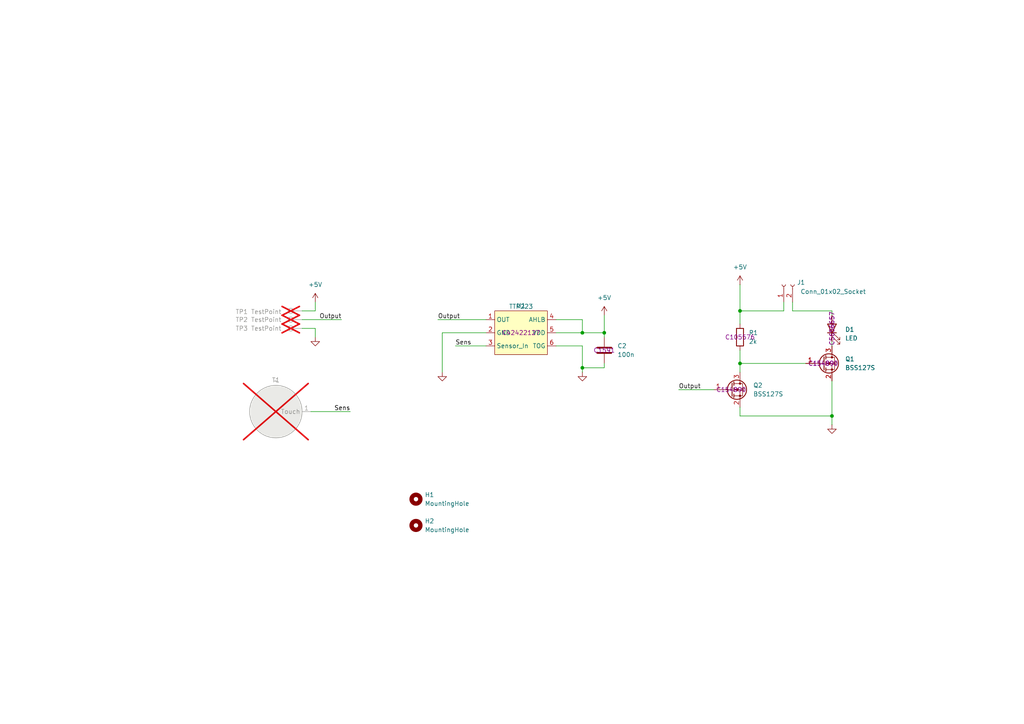
<source format=kicad_sch>
(kicad_sch (version 20250114) (generator "eeschema") (generator_version "9.0")
  (paper "A4")
  (lib_symbols
    (symbol "Connector:Conn_01x02_Socket" (pin_names (offset 1.016) (hide yes))
      (property "Reference" "J" (at 0 2.54 0))
      (property "Value" "Conn_01x02_Socket" (at 0 -5.08 0))
      (symbol "Conn_01x02_Socket_1_1"
        (polyline (pts (xy -1.27 0) (xy -0.508 0)) (stroke (width 0.1524)))
        (polyline (pts (xy -1.27 -2.54) (xy -0.508 -2.54)) (stroke (width 0.1524)))
        (arc (start 0 -0.508) (mid -0.5058 0) (end 0 0.508) (stroke (width 0.1524)))
        (arc (start 0 -3.048) (mid -0.5058 -2.54) (end 0 -2.032) (stroke (width 0.1524)))
        (pin passive line (at -5.08 0 0) (length 3.81) (name "Pin_1") (number "1"))
        (pin passive line (at -5.08 -2.54 0) (length 3.81) (name "Pin_2") (number "2"))
      )
    )
    (symbol "Connector:TestPoint" (pin_numbers (hide yes)) (pin_names (offset 0.762) (hide yes))
      (property "Reference" "TP" (at 0 6.858 0))
      (property "Value" "TestPoint" (at 0 5.08 0))
      (symbol "TestPoint_0_1"
        (circle (center 0 3.302) (radius 0.762))
      )
      (symbol "TestPoint_1_1"
        (pin passive line (at 0 0 90) (length 2.54) (name "1") (number "1"))
      )
    )
    (symbol "Device:C" (pin_numbers (hide yes)) (pin_names (offset 0.254))
      (property "Reference" "C" (at 0.635 2.54 0))
      (property "Value" "C" (at 0.635 -2.54 0))
      (symbol "C_0_1"
        (polyline (pts (xy -2.032 0.762) (xy 2.032 0.762)) (stroke (width 0.508)))
        (polyline (pts (xy -2.032 -0.762) (xy 2.032 -0.762)) (stroke (width 0.508)))
      )
      (symbol "C_1_1"
        (pin passive line (at 0 3.81 270) (length 2.794) (name "~") (number "1"))
        (pin passive line (at 0 -3.81 90) (length 2.794) (name "~") (number "2"))
      )
    )
    (symbol "Device:LED" (pin_numbers (hide yes)) (pin_names (offset 1.016) (hide yes))
      (property "Reference" "D" (at 0 2.54 0))
      (property "Value" "LED" (at 0 -2.54 0))
      (symbol "LED_0_1"
        (polyline (pts (xy -3.048 -0.762) (xy -4.572 -2.286) (xy -3.81 -2.286) (xy -4.572 -2.286) (xy -4.572 -1.524)))
        (polyline (pts (xy -1.778 -0.762) (xy -3.302 -2.286) (xy -2.54 -2.286) (xy -3.302 -2.286) (xy -3.302 -1.524)))
        (polyline (pts (xy -1.27 0) (xy 1.27 0)))
        (polyline (pts (xy -1.27 -1.27) (xy -1.27 1.27)) (stroke (width 0.254)))
        (polyline (pts (xy 1.27 -1.27) (xy 1.27 1.27) (xy -1.27 0) (xy 1.27 -1.27)) (stroke (width 0.254)))
      )
      (symbol "LED_1_1"
        (pin passive line (at -3.81 0 0) (length 2.54) (name "K") (number "1"))
        (pin passive line (at 3.81 0 180) (length 2.54) (name "A") (number "2"))
      )
    )
    (symbol "Device:R" (pin_numbers (hide yes)) (pin_names (offset 0))
      (property "Reference" "R" (at 2.032 0 90))
      (property "Value" "R" (at 0 0 90))
      (symbol "R_0_1"
        (rectangle (start -1.016 -2.54) (end 1.016 2.54) (stroke (width 0.254)))
      )
      (symbol "R_1_1"
        (pin passive line (at 0 3.81 270) (length 1.27) (name "~") (number "1"))
        (pin passive line (at 0 -3.81 90) (length 1.27) (name "~") (number "2"))
      )
    )
    (symbol "Mechanical:MountingHole" (pin_names (offset 1.016)) (in_bom no)
      (property "Reference" "H" (at 0 5.08 0))
      (property "Value" "MountingHole" (at 0 3.175 0))
      (symbol "MountingHole_0_1"
        (circle (center 0 0) (radius 1.27) (stroke (width 1.27)))
      )
    )
    (symbol "TouchSensor:TTP223-BA6"
      (property "Reference" "U" (at -6.35 7.366 0))
      (symbol "TTP223-BA6_0_1"
        (rectangle (start -7.62 6.35) (end 7.62 -6.35) (fill (type background)))
      )
      (symbol "TTP223-BA6_1_1"
        (pin output line (at -10.16 3.81 0) (length 2.54) (name "OUT") (number "1"))
        (pin power_in line (at -10.16 0 0) (length 2.54) (name "GND") (number "2"))
        (pin input line (at -10.16 -3.81 0) (length 2.54) (name "Sensor_In") (number "3"))
        (pin input line (at 10.16 3.81 180) (length 2.54) (name "AHLB") (number "4"))
        (pin power_in line (at 10.16 0 180) (length 2.54) (name "VDD") (number "5"))
        (pin input line (at 10.16 -3.81 180) (length 2.54) (name "TOG") (number "6"))
      )
    )
    (symbol "TouchSensor:Touch_Pad"
      (property "Reference" "T" (at -1.27 8.636 0))
      (symbol "Touch_Pad_0_1"
        (circle (center 0 0) (radius 7.62) (fill (type background)))
      )
      (symbol "Touch_Pad_1_1"
        (pin passive line (at -10.16 0 0) (length 2.54) (name "Touch") (number "1"))
      )
    )
    (symbol "Transistor_FET:BSS127S" (pin_names (hide yes))
      (property "Reference" "Q" (at 5.08 1.905 0))
      (property "Value" "BSS127S" (at 5.08 0 0))
      (symbol "BSS127S_0_1"
        (polyline (pts (xy 0.254 1.905) (xy 0.254 -1.905)) (stroke (width 0.254)))
        (polyline (pts (xy 0.254 0) (xy -2.54 0)))
        (polyline (pts (xy 0.762 2.286) (xy 0.762 1.27)) (stroke (width 0.254)))
        (polyline (pts (xy 0.762 0.508) (xy 0.762 -0.508)) (stroke (width 0.254)))
        (polyline (pts (xy 0.762 -1.27) (xy 0.762 -2.286)) (stroke (width 0.254)))
        (polyline (pts (xy 0.762 -1.778) (xy 3.302 -1.778) (xy 3.302 1.778) (xy 0.762 1.778)))
        (polyline (pts (xy 1.016 0) (xy 2.032 0.381) (xy 2.032 -0.381) (xy 1.016 0)) (fill (type outline)))
        (circle (center 1.651 0) (radius 2.794) (stroke (width 0.254)))
        (polyline (pts (xy 2.54 2.54) (xy 2.54 1.778)))
        (circle (center 2.54 1.778) (radius 0.254) (fill (type outline)))
        (circle (center 2.54 -1.778) (radius 0.254) (fill (type outline)))
        (polyline (pts (xy 2.54 -2.54) (xy 2.54 0) (xy 0.762 0)))
        (polyline (pts (xy 2.794 0.508) (xy 2.921 0.381) (xy 3.683 0.381) (xy 3.81 0.254)))
        (polyline (pts (xy 3.302 0.381) (xy 2.921 -0.254) (xy 3.683 -0.254) (xy 3.302 0.381)))
      )
      (symbol "BSS127S_1_1"
        (pin input line (at -5.08 0 0) (length 2.54) (name "G") (number "1"))
        (pin passive line (at 2.54 5.08 270) (length 2.54) (name "D") (number "3"))
        (pin passive line (at 2.54 -5.08 90) (length 2.54) (name "S") (number "2"))
      )
    )
    (symbol "power:+5V" (power) (pin_numbers (hide yes)) (pin_names (offset 0) (hide yes))
      (property "Value" "+5V" (at 0 3.556 0))
      (symbol "+5V_0_1"
        (polyline (pts (xy -0.762 1.27) (xy 0 2.54)))
        (polyline (pts (xy 0 2.54) (xy 0.762 1.27)))
        (polyline (pts (xy 0 0) (xy 0 2.54)))
      )
      (symbol "+5V_1_1"
        (pin power_in line (at 0 0 90) (length 0) (name "~") (number "1"))
      )
    )
    (symbol "power:GND" (power) (pin_numbers (hide yes)) (pin_names (offset 0) (hide yes))
      (property "Value" "GND" (at 0 -3.81 0))
      (symbol "GND_0_1"
        (polyline (pts (xy 0 0) (xy 0 -1.27) (xy 1.27 -1.27) (xy 0 -2.54) (xy -1.27 -1.27) (xy 0 -1.27)))
      )
      (symbol "GND_1_1"
        (pin power_in line (at 0 0 270) (length 0) (name "~") (number "1"))
      )
    )
  )
  (junction (at 168.91 106.68))
  (junction (at 241.3 120.65))
  (junction (at 214.63 90.17))
  (junction (at 214.63 105.41))
  (junction (at 175.26 96.52))
  (junction (at 168.91 96.52))
  (wire (pts (xy 196.85 113.03) (xy 207.01 113.03)))
  (wire (pts (xy 214.63 82.55) (xy 214.63 90.17)))
  (wire (pts (xy 161.29 100.33) (xy 168.91 100.33)))
  (wire (pts (xy 175.26 91.44) (xy 175.26 96.52)))
  (wire (pts (xy 128.27 96.52) (xy 128.27 107.95)))
  (wire (pts (xy 87.63 92.71) (xy 99.06 92.71)))
  (wire (pts (xy 90.17 119.38) (xy 101.6 119.38)))
  (wire (pts (xy 227.33 90.17) (xy 227.33 87.63)))
  (wire (pts (xy 175.26 106.68) (xy 175.26 105.41)))
  (wire (pts (xy 241.3 99.06) (xy 241.3 100.33)))
  (wire (pts (xy 214.63 120.65) (xy 214.63 118.11)))
  (wire (pts (xy 214.63 90.17) (xy 227.33 90.17)))
  (wire (pts (xy 168.91 106.68) (xy 175.26 106.68)))
  (wire (pts (xy 214.63 105.41) (xy 214.63 107.95)))
  (wire (pts (xy 87.63 95.25) (xy 91.44 95.25)))
  (wire (pts (xy 241.3 90.17) (xy 241.3 91.44)))
  (wire (pts (xy 241.3 110.49) (xy 241.3 120.65)))
  (wire (pts (xy 214.63 90.17) (xy 214.63 93.98)))
  (wire (pts (xy 168.91 100.33) (xy 168.91 106.68)))
  (wire (pts (xy 229.87 90.17) (xy 241.3 90.17)))
  (wire (pts (xy 87.63 90.17) (xy 91.44 90.17)))
  (wire (pts (xy 168.91 106.68) (xy 168.91 107.95)))
  (wire (pts (xy 91.44 95.25) (xy 91.44 97.79)))
  (wire (pts (xy 127 92.71) (xy 140.97 92.71)))
  (wire (pts (xy 132.08 100.33) (xy 140.97 100.33)))
  (wire (pts (xy 214.63 101.6) (xy 214.63 105.41)))
  (wire (pts (xy 161.29 92.71) (xy 168.91 92.71)))
  (wire (pts (xy 229.87 90.17) (xy 229.87 87.63)))
  (wire (pts (xy 91.44 90.17) (xy 91.44 87.63)))
  (wire (pts (xy 140.97 96.52) (xy 128.27 96.52)))
  (wire (pts (xy 241.3 120.65) (xy 241.3 123.19)))
  (wire (pts (xy 168.91 92.71) (xy 168.91 96.52)))
  (wire (pts (xy 168.91 96.52) (xy 161.29 96.52)))
  (wire (pts (xy 214.63 105.41) (xy 233.68 105.41)))
  (wire (pts (xy 175.26 96.52) (xy 175.26 97.79)))
  (wire (pts (xy 175.26 96.52) (xy 168.91 96.52)))
  (wire (pts (xy 241.3 120.65) (xy 214.63 120.65)))
  (label "Output" (at 196.85 113.03 0))
  (label "Output" (at 99.06 92.71 180))
  (label "Sens" (at 132.08 100.33 0))
  (label "Sens" (at 101.6 119.38 180))
  (label "Output" (at 127 92.71 0))
  (symbol (lib_id "Device:R") (at 214.63 97.79 0) (unit 1)
    (property "Reference" "R1" (at 217.17 96.5199 0) (effects (justify left)))
    (property "Value" "2k" (at 217.17 99.0599 0) (effects (justify left)))
    (property "Footprint" "Resistor_SMD:R_0603_1608Metric" (effects (hide yes)))
    (property "Description" "Resistor" (effects (hide yes)))
    (property "LCSC_Part#" "C105576" (at 214.63 97.79 0))
  )
  (symbol (lib_id "Transistor_FET:BSS127S") (at 212.09 113.03 0) (unit 1)
    (property "Reference" "Q2" (at 218.44 111.7599 0) (effects (justify left)))
    (property "Value" "BSS127S" (at 218.44 114.2999 0) (effects (justify left)))
    (property "Footprint" "Package_TO_SOT_SMD:SOT-23" (effects (hide yes)))
    (property "Datasheet" "http://www.diodes.com/assets/Datasheets/BSS127.pdf" (effects (hide yes)))
    (property "Description" "0.07A Id, 600V Vds, N-Channel MOSFET, SOT-23" (effects (hide yes)))
    (property "LCSC_Part#" "C154890" (at 212.09 113.03 0))
  )
  (symbol (lib_id "power:+5V") (at 91.44 87.63 0) (unit 1)
    (property "Reference" "#PWR02" (effects (hide yes)))
    (property "Value" "+5V" (at 91.44 82.55 0))
    (property "Description" "Power symbol creates a global label with name \"+5V\"" (effects (hide yes)))
  )
  (symbol (lib_id "Device:C") (at 175.26 101.6 0) (unit 1)
    (property "Reference" "C2" (at 179.07 100.3299 0) (effects (justify left)))
    (property "Value" "100n" (at 179.07 102.8699 0) (effects (justify left)))
    (property "Footprint" "Capacitor_SMD:C_0603_1608Metric" (effects (hide yes)))
    (property "Description" "Unpolarized capacitor" (effects (hide yes)))
    (property "LCSC_Part#" "C1591" (at 175.26 101.6 0))
  )
  (symbol (lib_id "Transistor_FET:BSS127S") (at 238.76 105.41 0) (unit 1)
    (property "Reference" "Q1" (at 245.11 104.1399 0) (effects (justify left)))
    (property "Value" "BSS127S" (at 245.11 106.6799 0) (effects (justify left)))
    (property "Footprint" "Package_TO_SOT_SMD:SOT-23" (effects (hide yes)))
    (property "Datasheet" "http://www.diodes.com/assets/Datasheets/BSS127.pdf" (effects (hide yes)))
    (property "Description" "0.07A Id, 600V Vds, N-Channel MOSFET, SOT-23" (effects (hide yes)))
    (property "LCSC_Part#" "C154890" (at 238.76 105.41 0))
  )
  (symbol (lib_id "power:GND") (at 241.3 123.19 0) (unit 1)
    (property "Reference" "#PWR06" (effects (hide yes)))
    (property "Value" "GND" (effects (hide yes)))
    (property "Description" "Power symbol creates a global label with name \"GND\" , ground" (effects (hide yes)))
  )
  (symbol (lib_id "power:GND") (at 91.44 97.79 0) (unit 1)
    (property "Reference" "#PWR01" (effects (hide yes)))
    (property "Value" "GND" (effects (hide yes)))
    (property "Description" "Power symbol creates a global label with name \"GND\" , ground" (effects (hide yes)))
  )
  (symbol (lib_id "Device:LED") (at 241.3 95.25 90) (unit 1)
    (property "Reference" "D1" (at 245.11 95.5674 90) (effects (justify right)))
    (property "Value" "LED" (at 245.11 98.1074 90) (effects (justify right)))
    (property "Footprint" "Diode_SMD:D_0603_1608Metric" (effects (hide yes)))
    (property "Description" "Light emitting diode" (effects (hide yes)))
    (property "Sim.Pins" "1=K 2=A" (effects (hide yes)))
    (property "LCSC_Part#" "C5656657" (at 241.3 95.25 0))
  )
  (symbol (lib_id "power:+5V") (at 214.63 82.55 0) (unit 1)
    (property "Reference" "#PWR07" (effects (hide yes)))
    (property "Value" "+5V" (at 214.63 77.47 0))
    (property "Description" "Power symbol creates a global label with name \"+5V\"" (effects (hide yes)))
  )
  (symbol (lib_id "power:GND") (at 128.27 107.95 0) (unit 1)
    (property "Reference" "#PWR03" (effects (hide yes)))
    (property "Value" "GND" (effects (hide yes)))
    (property "Description" "Power symbol creates a global label with name \"GND\" , ground" (effects (hide yes)))
  )
  (symbol (lib_id "Mechanical:MountingHole") (at 120.65 152.4 0) (unit 1) (in_bom no)
    (property "Reference" "H2" (at 123.19 151.1299 0) (effects (justify left)))
    (property "Value" "MountingHole" (at 123.19 153.6699 0) (effects (justify left)))
    (property "Footprint" "MountingHole:MountingHole_2.2mm_M2_ISO7380" (effects (hide yes)))
    (property "Description" "Mounting Hole without connection" (effects (hide yes)))
  )
  (symbol (lib_id "TouchSensor:Touch_Pad") (at 80.01 119.38 180) (unit 1) (dnp yes)
    (property "Reference" "T1" (at 80.01 110.236 0))
    (property "Value" "~" (at 80.01 110.49 0))
    (property "Footprint" "TouchSensor:TouchPad" (effects (hide yes)))
  )
  (symbol (lib_id "Connector:TestPoint") (at 87.63 92.71 90) (unit 1) (dnp yes)
    (property "Reference" "TP2" (at 70.104 92.71 90))
    (property "Value" "TestPoint" (at 77.216 92.71 90))
    (property "Footprint" "TestPoint:TestPoint_THTPad_D2.5mm_Drill1.2mm" (effects (hide yes)))
    (property "Description" "test point" (effects (hide yes)))
  )
  (symbol (lib_id "Connector:TestPoint") (at 87.63 95.25 90) (unit 1) (dnp yes)
    (property "Reference" "TP3" (at 70.104 95.25 90))
    (property "Value" "TestPoint" (at 77.216 95.25 90))
    (property "Footprint" "TestPoint:TestPoint_THTPad_D2.5mm_Drill1.2mm" (effects (hide yes)))
    (property "Description" "test point" (effects (hide yes)))
  )
  (symbol (lib_id "power:GND") (at 168.91 107.95 0) (unit 1)
    (property "Reference" "#PWR05" (effects (hide yes)))
    (property "Value" "GND" (effects (hide yes)))
    (property "Description" "Power symbol creates a global label with name \"GND\" , ground" (effects (hide yes)))
  )
  (symbol (lib_id "TouchSensor:TTP223-BA6") (at 151.13 96.52 0) (unit 1)
    (property "Reference" "U1" (at 151.13 88.646 0))
    (property "Value" "TTP223" (at 151.13 88.9 0))
    (property "Footprint" "Package_TO_SOT_SMD:SOT-23-6" (effects (hide yes)))
    (property "LCSC_Part#" "C42422127" (at 151.13 96.52 0))
  )
  (symbol (lib_id "power:+5V") (at 175.26 91.44 0) (unit 1)
    (property "Reference" "#PWR04" (effects (hide yes)))
    (property "Value" "+5V" (at 175.26 86.36 0))
    (property "Description" "Power symbol creates a global label with name \"+5V\"" (effects (hide yes)))
  )
  (symbol (lib_id "Mechanical:MountingHole") (at 120.65 144.78 0) (unit 1) (in_bom no)
    (property "Reference" "H1" (at 123.19 143.5099 0) (effects (justify left)))
    (property "Value" "MountingHole" (at 123.19 146.0499 0) (effects (justify left)))
    (property "Footprint" "MountingHole:MountingHole_2.2mm_M2_ISO7380" (effects (hide yes)))
    (property "Description" "Mounting Hole without connection" (effects (hide yes)))
  )
  (symbol (lib_id "Connector:Conn_01x02_Socket") (at 227.33 82.55 90) (unit 1)
    (property "Reference" "J1" (at 231.14 81.9149 90) (effects (justify right)))
    (property "Value" "Conn_01x02_Socket" (at 232.156 84.582 90) (effects (justify right)))
    (property "Footprint" "Connector_JST:JST_SUR_BM02B-SURS-TF_1x02-1MP_P0.80mm_Vertical" (effects (hide yes)))
    (property "Description" "Generic connector, single row, 01x02, script generated" (effects (hide yes)))
  )
  (symbol (lib_id "Connector:TestPoint") (at 87.63 90.17 90) (unit 1) (dnp yes)
    (property "Reference" "TP1" (at 70.104 90.424 90))
    (property "Value" "TestPoint" (at 77.216 90.424 90))
    (property "Footprint" "TestPoint:TestPoint_THTPad_D2.5mm_Drill1.2mm" (effects (hide yes)))
    (property "Description" "test point" (effects (hide yes)))
  )
)
</source>
